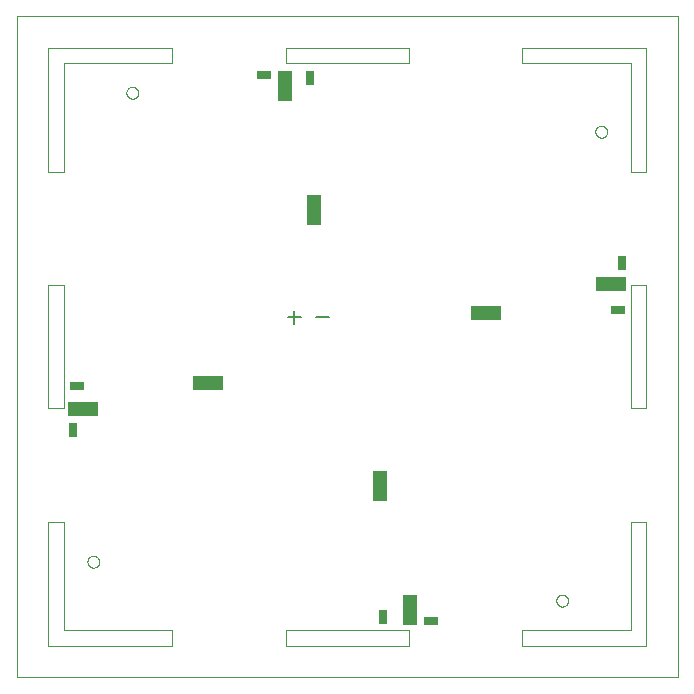
<source format=gtp>
G75*
%MOIN*%
%OFA0B0*%
%FSLAX25Y25*%
%IPPOS*%
%LPD*%
%AMOC8*
5,1,8,0,0,1.08239X$1,22.5*
%
%ADD10C,0.00600*%
%ADD11C,0.00000*%
%ADD12C,0.00004*%
%ADD13R,0.05000X0.02500*%
%ADD14R,0.02500X0.05000*%
%ADD15R,0.10000X0.05000*%
%ADD16R,0.05000X0.10000*%
D10*
X0093595Y0118905D02*
X0093595Y0123175D01*
X0095730Y0121040D02*
X0091459Y0121040D01*
X0100908Y0121040D02*
X0105179Y0121040D01*
D11*
X0037616Y0195884D02*
X0037618Y0195972D01*
X0037624Y0196060D01*
X0037634Y0196148D01*
X0037648Y0196236D01*
X0037665Y0196322D01*
X0037687Y0196408D01*
X0037712Y0196492D01*
X0037742Y0196576D01*
X0037774Y0196658D01*
X0037811Y0196738D01*
X0037851Y0196817D01*
X0037895Y0196894D01*
X0037942Y0196969D01*
X0037992Y0197041D01*
X0038046Y0197112D01*
X0038102Y0197179D01*
X0038162Y0197245D01*
X0038224Y0197307D01*
X0038290Y0197367D01*
X0038357Y0197423D01*
X0038428Y0197477D01*
X0038500Y0197527D01*
X0038575Y0197574D01*
X0038652Y0197618D01*
X0038731Y0197658D01*
X0038811Y0197695D01*
X0038893Y0197727D01*
X0038977Y0197757D01*
X0039061Y0197782D01*
X0039147Y0197804D01*
X0039233Y0197821D01*
X0039321Y0197835D01*
X0039409Y0197845D01*
X0039497Y0197851D01*
X0039585Y0197853D01*
X0039673Y0197851D01*
X0039761Y0197845D01*
X0039849Y0197835D01*
X0039937Y0197821D01*
X0040023Y0197804D01*
X0040109Y0197782D01*
X0040193Y0197757D01*
X0040277Y0197727D01*
X0040359Y0197695D01*
X0040439Y0197658D01*
X0040518Y0197618D01*
X0040595Y0197574D01*
X0040670Y0197527D01*
X0040742Y0197477D01*
X0040813Y0197423D01*
X0040880Y0197367D01*
X0040946Y0197307D01*
X0041008Y0197245D01*
X0041068Y0197179D01*
X0041124Y0197112D01*
X0041178Y0197041D01*
X0041228Y0196969D01*
X0041275Y0196894D01*
X0041319Y0196817D01*
X0041359Y0196738D01*
X0041396Y0196658D01*
X0041428Y0196576D01*
X0041458Y0196492D01*
X0041483Y0196408D01*
X0041505Y0196322D01*
X0041522Y0196236D01*
X0041536Y0196148D01*
X0041546Y0196060D01*
X0041552Y0195972D01*
X0041554Y0195884D01*
X0041552Y0195796D01*
X0041546Y0195708D01*
X0041536Y0195620D01*
X0041522Y0195532D01*
X0041505Y0195446D01*
X0041483Y0195360D01*
X0041458Y0195276D01*
X0041428Y0195192D01*
X0041396Y0195110D01*
X0041359Y0195030D01*
X0041319Y0194951D01*
X0041275Y0194874D01*
X0041228Y0194799D01*
X0041178Y0194727D01*
X0041124Y0194656D01*
X0041068Y0194589D01*
X0041008Y0194523D01*
X0040946Y0194461D01*
X0040880Y0194401D01*
X0040813Y0194345D01*
X0040742Y0194291D01*
X0040670Y0194241D01*
X0040595Y0194194D01*
X0040518Y0194150D01*
X0040439Y0194110D01*
X0040359Y0194073D01*
X0040277Y0194041D01*
X0040193Y0194011D01*
X0040109Y0193986D01*
X0040023Y0193964D01*
X0039937Y0193947D01*
X0039849Y0193933D01*
X0039761Y0193923D01*
X0039673Y0193917D01*
X0039585Y0193915D01*
X0039497Y0193917D01*
X0039409Y0193923D01*
X0039321Y0193933D01*
X0039233Y0193947D01*
X0039147Y0193964D01*
X0039061Y0193986D01*
X0038977Y0194011D01*
X0038893Y0194041D01*
X0038811Y0194073D01*
X0038731Y0194110D01*
X0038652Y0194150D01*
X0038575Y0194194D01*
X0038500Y0194241D01*
X0038428Y0194291D01*
X0038357Y0194345D01*
X0038290Y0194401D01*
X0038224Y0194461D01*
X0038162Y0194523D01*
X0038102Y0194589D01*
X0038046Y0194656D01*
X0037992Y0194727D01*
X0037942Y0194799D01*
X0037895Y0194874D01*
X0037851Y0194951D01*
X0037811Y0195030D01*
X0037774Y0195110D01*
X0037742Y0195192D01*
X0037712Y0195276D01*
X0037687Y0195360D01*
X0037665Y0195446D01*
X0037648Y0195532D01*
X0037634Y0195620D01*
X0037624Y0195708D01*
X0037618Y0195796D01*
X0037616Y0195884D01*
X0024624Y0039585D02*
X0024626Y0039673D01*
X0024632Y0039761D01*
X0024642Y0039849D01*
X0024656Y0039937D01*
X0024673Y0040023D01*
X0024695Y0040109D01*
X0024720Y0040193D01*
X0024750Y0040277D01*
X0024782Y0040359D01*
X0024819Y0040439D01*
X0024859Y0040518D01*
X0024903Y0040595D01*
X0024950Y0040670D01*
X0025000Y0040742D01*
X0025054Y0040813D01*
X0025110Y0040880D01*
X0025170Y0040946D01*
X0025232Y0041008D01*
X0025298Y0041068D01*
X0025365Y0041124D01*
X0025436Y0041178D01*
X0025508Y0041228D01*
X0025583Y0041275D01*
X0025660Y0041319D01*
X0025739Y0041359D01*
X0025819Y0041396D01*
X0025901Y0041428D01*
X0025985Y0041458D01*
X0026069Y0041483D01*
X0026155Y0041505D01*
X0026241Y0041522D01*
X0026329Y0041536D01*
X0026417Y0041546D01*
X0026505Y0041552D01*
X0026593Y0041554D01*
X0026681Y0041552D01*
X0026769Y0041546D01*
X0026857Y0041536D01*
X0026945Y0041522D01*
X0027031Y0041505D01*
X0027117Y0041483D01*
X0027201Y0041458D01*
X0027285Y0041428D01*
X0027367Y0041396D01*
X0027447Y0041359D01*
X0027526Y0041319D01*
X0027603Y0041275D01*
X0027678Y0041228D01*
X0027750Y0041178D01*
X0027821Y0041124D01*
X0027888Y0041068D01*
X0027954Y0041008D01*
X0028016Y0040946D01*
X0028076Y0040880D01*
X0028132Y0040813D01*
X0028186Y0040742D01*
X0028236Y0040670D01*
X0028283Y0040595D01*
X0028327Y0040518D01*
X0028367Y0040439D01*
X0028404Y0040359D01*
X0028436Y0040277D01*
X0028466Y0040193D01*
X0028491Y0040109D01*
X0028513Y0040023D01*
X0028530Y0039937D01*
X0028544Y0039849D01*
X0028554Y0039761D01*
X0028560Y0039673D01*
X0028562Y0039585D01*
X0028560Y0039497D01*
X0028554Y0039409D01*
X0028544Y0039321D01*
X0028530Y0039233D01*
X0028513Y0039147D01*
X0028491Y0039061D01*
X0028466Y0038977D01*
X0028436Y0038893D01*
X0028404Y0038811D01*
X0028367Y0038731D01*
X0028327Y0038652D01*
X0028283Y0038575D01*
X0028236Y0038500D01*
X0028186Y0038428D01*
X0028132Y0038357D01*
X0028076Y0038290D01*
X0028016Y0038224D01*
X0027954Y0038162D01*
X0027888Y0038102D01*
X0027821Y0038046D01*
X0027750Y0037992D01*
X0027678Y0037942D01*
X0027603Y0037895D01*
X0027526Y0037851D01*
X0027447Y0037811D01*
X0027367Y0037774D01*
X0027285Y0037742D01*
X0027201Y0037712D01*
X0027117Y0037687D01*
X0027031Y0037665D01*
X0026945Y0037648D01*
X0026857Y0037634D01*
X0026769Y0037624D01*
X0026681Y0037618D01*
X0026593Y0037616D01*
X0026505Y0037618D01*
X0026417Y0037624D01*
X0026329Y0037634D01*
X0026241Y0037648D01*
X0026155Y0037665D01*
X0026069Y0037687D01*
X0025985Y0037712D01*
X0025901Y0037742D01*
X0025819Y0037774D01*
X0025739Y0037811D01*
X0025660Y0037851D01*
X0025583Y0037895D01*
X0025508Y0037942D01*
X0025436Y0037992D01*
X0025365Y0038046D01*
X0025298Y0038102D01*
X0025232Y0038162D01*
X0025170Y0038224D01*
X0025110Y0038290D01*
X0025054Y0038357D01*
X0025000Y0038428D01*
X0024950Y0038500D01*
X0024903Y0038575D01*
X0024859Y0038652D01*
X0024819Y0038731D01*
X0024782Y0038811D01*
X0024750Y0038893D01*
X0024720Y0038977D01*
X0024695Y0039061D01*
X0024673Y0039147D01*
X0024656Y0039233D01*
X0024642Y0039321D01*
X0024632Y0039409D01*
X0024626Y0039497D01*
X0024624Y0039585D01*
X0180923Y0026593D02*
X0180925Y0026681D01*
X0180931Y0026769D01*
X0180941Y0026857D01*
X0180955Y0026945D01*
X0180972Y0027031D01*
X0180994Y0027117D01*
X0181019Y0027201D01*
X0181049Y0027285D01*
X0181081Y0027367D01*
X0181118Y0027447D01*
X0181158Y0027526D01*
X0181202Y0027603D01*
X0181249Y0027678D01*
X0181299Y0027750D01*
X0181353Y0027821D01*
X0181409Y0027888D01*
X0181469Y0027954D01*
X0181531Y0028016D01*
X0181597Y0028076D01*
X0181664Y0028132D01*
X0181735Y0028186D01*
X0181807Y0028236D01*
X0181882Y0028283D01*
X0181959Y0028327D01*
X0182038Y0028367D01*
X0182118Y0028404D01*
X0182200Y0028436D01*
X0182284Y0028466D01*
X0182368Y0028491D01*
X0182454Y0028513D01*
X0182540Y0028530D01*
X0182628Y0028544D01*
X0182716Y0028554D01*
X0182804Y0028560D01*
X0182892Y0028562D01*
X0182980Y0028560D01*
X0183068Y0028554D01*
X0183156Y0028544D01*
X0183244Y0028530D01*
X0183330Y0028513D01*
X0183416Y0028491D01*
X0183500Y0028466D01*
X0183584Y0028436D01*
X0183666Y0028404D01*
X0183746Y0028367D01*
X0183825Y0028327D01*
X0183902Y0028283D01*
X0183977Y0028236D01*
X0184049Y0028186D01*
X0184120Y0028132D01*
X0184187Y0028076D01*
X0184253Y0028016D01*
X0184315Y0027954D01*
X0184375Y0027888D01*
X0184431Y0027821D01*
X0184485Y0027750D01*
X0184535Y0027678D01*
X0184582Y0027603D01*
X0184626Y0027526D01*
X0184666Y0027447D01*
X0184703Y0027367D01*
X0184735Y0027285D01*
X0184765Y0027201D01*
X0184790Y0027117D01*
X0184812Y0027031D01*
X0184829Y0026945D01*
X0184843Y0026857D01*
X0184853Y0026769D01*
X0184859Y0026681D01*
X0184861Y0026593D01*
X0184859Y0026505D01*
X0184853Y0026417D01*
X0184843Y0026329D01*
X0184829Y0026241D01*
X0184812Y0026155D01*
X0184790Y0026069D01*
X0184765Y0025985D01*
X0184735Y0025901D01*
X0184703Y0025819D01*
X0184666Y0025739D01*
X0184626Y0025660D01*
X0184582Y0025583D01*
X0184535Y0025508D01*
X0184485Y0025436D01*
X0184431Y0025365D01*
X0184375Y0025298D01*
X0184315Y0025232D01*
X0184253Y0025170D01*
X0184187Y0025110D01*
X0184120Y0025054D01*
X0184049Y0025000D01*
X0183977Y0024950D01*
X0183902Y0024903D01*
X0183825Y0024859D01*
X0183746Y0024819D01*
X0183666Y0024782D01*
X0183584Y0024750D01*
X0183500Y0024720D01*
X0183416Y0024695D01*
X0183330Y0024673D01*
X0183244Y0024656D01*
X0183156Y0024642D01*
X0183068Y0024632D01*
X0182980Y0024626D01*
X0182892Y0024624D01*
X0182804Y0024626D01*
X0182716Y0024632D01*
X0182628Y0024642D01*
X0182540Y0024656D01*
X0182454Y0024673D01*
X0182368Y0024695D01*
X0182284Y0024720D01*
X0182200Y0024750D01*
X0182118Y0024782D01*
X0182038Y0024819D01*
X0181959Y0024859D01*
X0181882Y0024903D01*
X0181807Y0024950D01*
X0181735Y0025000D01*
X0181664Y0025054D01*
X0181597Y0025110D01*
X0181531Y0025170D01*
X0181469Y0025232D01*
X0181409Y0025298D01*
X0181353Y0025365D01*
X0181299Y0025436D01*
X0181249Y0025508D01*
X0181202Y0025583D01*
X0181158Y0025660D01*
X0181118Y0025739D01*
X0181081Y0025819D01*
X0181049Y0025901D01*
X0181019Y0025985D01*
X0180994Y0026069D01*
X0180972Y0026155D01*
X0180955Y0026241D01*
X0180941Y0026329D01*
X0180931Y0026417D01*
X0180925Y0026505D01*
X0180923Y0026593D01*
X0193915Y0182892D02*
X0193917Y0182980D01*
X0193923Y0183068D01*
X0193933Y0183156D01*
X0193947Y0183244D01*
X0193964Y0183330D01*
X0193986Y0183416D01*
X0194011Y0183500D01*
X0194041Y0183584D01*
X0194073Y0183666D01*
X0194110Y0183746D01*
X0194150Y0183825D01*
X0194194Y0183902D01*
X0194241Y0183977D01*
X0194291Y0184049D01*
X0194345Y0184120D01*
X0194401Y0184187D01*
X0194461Y0184253D01*
X0194523Y0184315D01*
X0194589Y0184375D01*
X0194656Y0184431D01*
X0194727Y0184485D01*
X0194799Y0184535D01*
X0194874Y0184582D01*
X0194951Y0184626D01*
X0195030Y0184666D01*
X0195110Y0184703D01*
X0195192Y0184735D01*
X0195276Y0184765D01*
X0195360Y0184790D01*
X0195446Y0184812D01*
X0195532Y0184829D01*
X0195620Y0184843D01*
X0195708Y0184853D01*
X0195796Y0184859D01*
X0195884Y0184861D01*
X0195972Y0184859D01*
X0196060Y0184853D01*
X0196148Y0184843D01*
X0196236Y0184829D01*
X0196322Y0184812D01*
X0196408Y0184790D01*
X0196492Y0184765D01*
X0196576Y0184735D01*
X0196658Y0184703D01*
X0196738Y0184666D01*
X0196817Y0184626D01*
X0196894Y0184582D01*
X0196969Y0184535D01*
X0197041Y0184485D01*
X0197112Y0184431D01*
X0197179Y0184375D01*
X0197245Y0184315D01*
X0197307Y0184253D01*
X0197367Y0184187D01*
X0197423Y0184120D01*
X0197477Y0184049D01*
X0197527Y0183977D01*
X0197574Y0183902D01*
X0197618Y0183825D01*
X0197658Y0183746D01*
X0197695Y0183666D01*
X0197727Y0183584D01*
X0197757Y0183500D01*
X0197782Y0183416D01*
X0197804Y0183330D01*
X0197821Y0183244D01*
X0197835Y0183156D01*
X0197845Y0183068D01*
X0197851Y0182980D01*
X0197853Y0182892D01*
X0197851Y0182804D01*
X0197845Y0182716D01*
X0197835Y0182628D01*
X0197821Y0182540D01*
X0197804Y0182454D01*
X0197782Y0182368D01*
X0197757Y0182284D01*
X0197727Y0182200D01*
X0197695Y0182118D01*
X0197658Y0182038D01*
X0197618Y0181959D01*
X0197574Y0181882D01*
X0197527Y0181807D01*
X0197477Y0181735D01*
X0197423Y0181664D01*
X0197367Y0181597D01*
X0197307Y0181531D01*
X0197245Y0181469D01*
X0197179Y0181409D01*
X0197112Y0181353D01*
X0197041Y0181299D01*
X0196969Y0181249D01*
X0196894Y0181202D01*
X0196817Y0181158D01*
X0196738Y0181118D01*
X0196658Y0181081D01*
X0196576Y0181049D01*
X0196492Y0181019D01*
X0196408Y0180994D01*
X0196322Y0180972D01*
X0196236Y0180955D01*
X0196148Y0180941D01*
X0196060Y0180931D01*
X0195972Y0180925D01*
X0195884Y0180923D01*
X0195796Y0180925D01*
X0195708Y0180931D01*
X0195620Y0180941D01*
X0195532Y0180955D01*
X0195446Y0180972D01*
X0195360Y0180994D01*
X0195276Y0181019D01*
X0195192Y0181049D01*
X0195110Y0181081D01*
X0195030Y0181118D01*
X0194951Y0181158D01*
X0194874Y0181202D01*
X0194799Y0181249D01*
X0194727Y0181299D01*
X0194656Y0181353D01*
X0194589Y0181409D01*
X0194523Y0181469D01*
X0194461Y0181531D01*
X0194401Y0181597D01*
X0194345Y0181664D01*
X0194291Y0181735D01*
X0194241Y0181807D01*
X0194194Y0181882D01*
X0194150Y0181959D01*
X0194110Y0182038D01*
X0194073Y0182118D01*
X0194041Y0182200D01*
X0194011Y0182284D01*
X0193986Y0182368D01*
X0193964Y0182454D01*
X0193947Y0182540D01*
X0193933Y0182628D01*
X0193923Y0182716D01*
X0193917Y0182804D01*
X0193915Y0182892D01*
D12*
X0001002Y0221474D02*
X0001002Y0001002D01*
X0221474Y0001002D01*
X0221474Y0221474D01*
X0001002Y0221474D01*
X0011632Y0210844D02*
X0052183Y0210844D01*
X0052970Y0210844D01*
X0052970Y0205726D01*
X0052183Y0205726D01*
X0016750Y0205726D01*
X0016750Y0170293D01*
X0016750Y0169506D01*
X0011632Y0169506D01*
X0011632Y0170293D01*
X0011632Y0210844D01*
X0011632Y0131711D02*
X0016750Y0131711D01*
X0016750Y0130923D01*
X0016750Y0091553D01*
X0016750Y0090766D01*
X0011632Y0090766D01*
X0011632Y0091553D01*
X0011632Y0130923D01*
X0011632Y0131711D01*
X0090766Y0205726D02*
X0090766Y0210844D01*
X0091553Y0210844D01*
X0091159Y0210844D02*
X0130923Y0210844D01*
X0131711Y0210844D01*
X0131711Y0205726D01*
X0130923Y0205726D01*
X0091553Y0205726D01*
X0090766Y0205726D01*
X0169506Y0205726D02*
X0170293Y0205726D01*
X0205726Y0205726D01*
X0205726Y0170293D01*
X0205726Y0169506D01*
X0210844Y0169506D01*
X0210844Y0170293D01*
X0210844Y0210844D01*
X0170293Y0210844D01*
X0169506Y0210844D01*
X0169506Y0205726D01*
X0205726Y0131711D02*
X0210844Y0131711D01*
X0210844Y0130923D01*
X0210844Y0091553D01*
X0210844Y0090766D01*
X0205726Y0090766D01*
X0205726Y0091553D01*
X0205726Y0130923D01*
X0205726Y0131711D01*
X0205726Y0052970D02*
X0205726Y0052183D01*
X0205726Y0016750D01*
X0170293Y0016750D01*
X0169506Y0016750D01*
X0169506Y0011632D01*
X0170293Y0011632D01*
X0210844Y0011632D01*
X0210844Y0052183D01*
X0210844Y0052970D01*
X0205726Y0052970D01*
X0131711Y0016750D02*
X0131711Y0011632D01*
X0130923Y0011632D01*
X0091553Y0011632D01*
X0090766Y0011632D01*
X0090766Y0016750D01*
X0091553Y0016750D01*
X0130923Y0016750D01*
X0131711Y0016750D01*
X0052970Y0016750D02*
X0052970Y0011632D01*
X0052183Y0011632D01*
X0011632Y0011632D01*
X0011632Y0052183D01*
X0011632Y0052970D01*
X0016750Y0052970D01*
X0016750Y0052183D01*
X0016750Y0016750D01*
X0052183Y0016750D01*
X0052970Y0016750D01*
D13*
X0021019Y0098088D03*
X0083347Y0201948D03*
X0201457Y0123601D03*
X0139130Y0019741D03*
D14*
X0123208Y0021019D03*
X0019741Y0083347D03*
X0098875Y0200670D03*
X0202735Y0139130D03*
D15*
X0199033Y0132104D03*
X0157498Y0122459D03*
X0064978Y0099230D03*
X0023246Y0090372D03*
D16*
X0100018Y0156907D03*
X0090569Y0198246D03*
X0122065Y0064781D03*
X0132301Y0023443D03*
M02*

</source>
